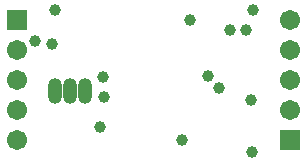
<source format=gbs>
%FSLAX25Y25*%
%MOIN*%
G70*
G01*
G75*
G04 Layer_Color=16711935*
%ADD10R,0.03543X0.02756*%
%ADD11R,0.02756X0.03543*%
%ADD12R,0.03543X0.03150*%
%ADD13R,0.05906X0.05906*%
%ADD14R,0.08858X0.01969*%
%ADD15O,0.08858X0.01969*%
%ADD16C,0.01969*%
%ADD17C,0.00394*%
%ADD18R,0.05906X0.05906*%
%ADD19C,0.05906*%
%ADD20O,0.03937X0.07874*%
%ADD21O,0.03937X0.07874*%
%ADD22C,0.03150*%
%ADD23C,0.00787*%
%ADD24C,0.00984*%
%ADD25C,0.00591*%
%ADD26R,0.04343X0.03556*%
%ADD27R,0.03556X0.04343*%
%ADD28R,0.04343X0.03950*%
%ADD29R,0.06706X0.06706*%
%ADD30R,0.09658X0.02769*%
%ADD31O,0.09658X0.02769*%
%ADD32R,0.06706X0.06706*%
%ADD33C,0.06706*%
%ADD34O,0.04737X0.08674*%
%ADD35O,0.04737X0.08674*%
%ADD36C,0.03950*%
D32*
X312500Y304000D02*
D03*
X403500Y264000D02*
D03*
D33*
X312500Y294000D02*
D03*
Y284000D02*
D03*
Y274000D02*
D03*
Y264000D02*
D03*
X403500Y274000D02*
D03*
Y284000D02*
D03*
Y294000D02*
D03*
Y304000D02*
D03*
D34*
X335000Y280500D02*
D03*
X325000D02*
D03*
D35*
X330000D02*
D03*
D36*
X383500Y300600D02*
D03*
X325000Y307500D02*
D03*
X390890D02*
D03*
X390779Y260000D02*
D03*
X388800Y300600D02*
D03*
X390300Y277300D02*
D03*
X370200Y304200D02*
D03*
X341000Y285000D02*
D03*
X324000Y296000D02*
D03*
X376000Y285500D02*
D03*
X340000Y268500D02*
D03*
X318500Y297000D02*
D03*
X341500Y278500D02*
D03*
X367500Y264000D02*
D03*
X379559Y281559D02*
D03*
M02*

</source>
